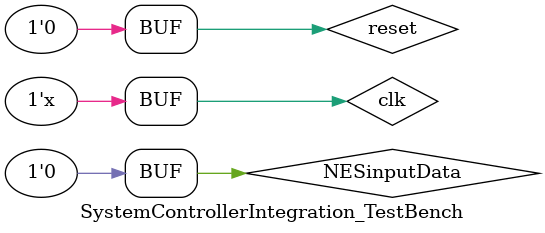
<source format=v>
`timescale 1ns / 1ps


module SystemControllerIntegration_TestBench;

	// Inputs
	reg clk;
	reg reset;
	reg NESinputData;

	// Outputs
	wire latch;
	wire pulse;
	wire hSync;
	wire vSync;
	wire [7:0] rgb;
	wire [7:0] leds;

	// Instantiate the Unit Under Test (UUT)
	System uut (
		.clk(clk), 
		.reset(reset), 
		.NESinputData(NESinputData), 
		.latch(latch), 
		.pulse(pulse), 
		.hSync(hSync), 
		.vSync(vSync), 
		.rgb(rgb), 
		.leds(leds)
	);

	initial begin
		// Initialize Inputs
		clk = 0;
		reset = 1;
		NESinputData = 0;

		// Wait 100 ns for global reset to finish
		#10;
		reset = 0;
        
		// Add stimulus here
		//Make controller always turn right
		NESinputData = 1'b0;
	end
      
always #1 clk = ~clk;
endmodule


</source>
